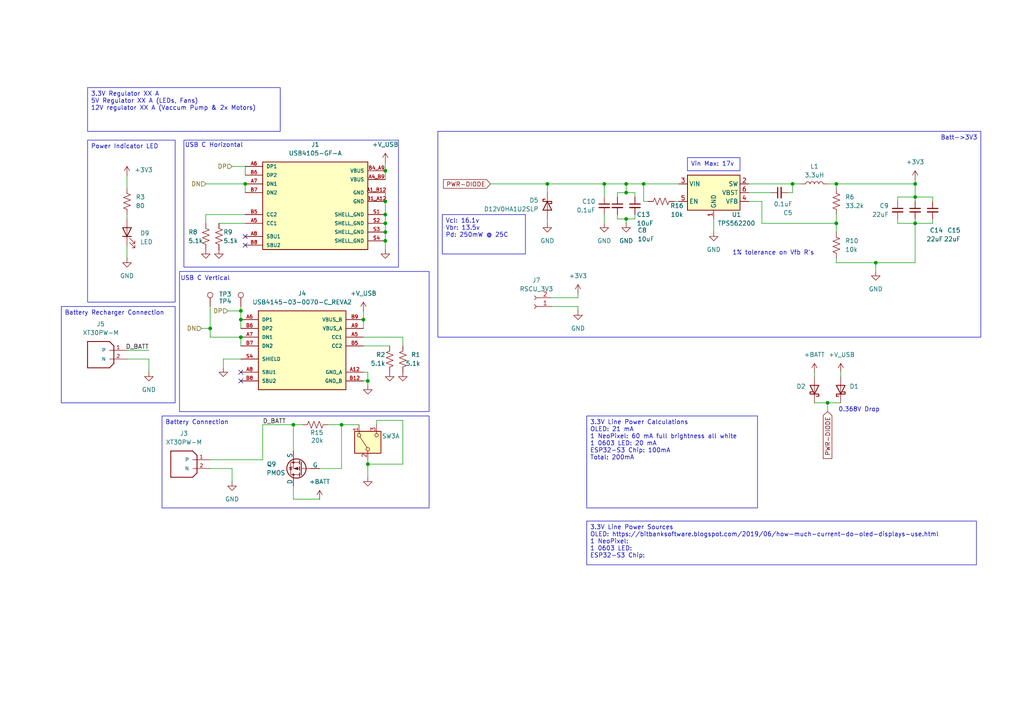
<source format=kicad_sch>
(kicad_sch (version 20231120) (generator "eeschema") (generator_version "8.0")
  (paper "A4")
  (lib_symbols
    (symbol "Connector:Conn_01x02_Socket" (pin_names (offset 1.016) hide)
      (property "Reference" "J" (at 0 2.54 0))
      (property "Value" "Conn_01x02_Socket" (at 0 -5.08 0))
      (symbol "Conn_01x02_Socket_1_1"
        (arc (start 0 -2.032) (mid -0.5058 -2.54) (end 0 -3.048) (stroke (width 0.1524)))
        (polyline (pts (xy -1.27 -2.54) (xy -0.508 -2.54)) (stroke (width 0.1524)))
        (polyline (pts (xy -1.27 0) (xy -0.508 0)) (stroke (width 0.1524)))
        (arc (start 0 0.508) (mid -0.5058 0) (end 0 -0.508) (stroke (width 0.1524)))
        (pin passive line (at -5.08 0 0) (length 3.81) (name "Pin_1") (number "1"))
        (pin passive line (at -5.08 -2.54 0) (length 3.81) (name "Pin_2") (number "2"))
      )
    )
    (symbol "Connector:TestPoint" (pin_numbers hide) (pin_names (offset 0.762) hide)
      (property "Reference" "TP" (at 0 6.858 0))
      (property "Value" "TestPoint" (at 0 5.08 0))
      (symbol "TestPoint_0_1"
        (circle (center 0 3.302) (radius 0.762))
      )
      (symbol "TestPoint_1_1"
        (pin passive line (at 0 0 90) (length 2.54) (name "1") (number "1"))
      )
    )
    (symbol "Custom Symbols:USB4105-GF-A" (pin_names (offset 1.016))
      (property "Reference" "J" (at -13.97 13.97 0))
      (property "Value" "USB4105-GF-A" (at -15.24 -15.24 0))
      (symbol "USB4105-GF-A_0_0"
        (rectangle (start -15.24 12.7) (end 15.24 -12.7) (stroke (width 0.254)) (fill (type background)))
        (pin power_in line (at 20.32 3.81 180) (length 5.08) (name "GND") (number "A1_B12"))
        (pin power_in line (at 20.32 7.62 180) (length 5.08) (name "VBUS") (number "A4_B9"))
        (pin bidirectional line (at -20.32 -5.08 0) (length 5.08) (name "CC1") (number "A5"))
        (pin bidirectional line (at -20.32 11.43 0) (length 5.08) (name "DP1") (number "A6"))
        (pin bidirectional line (at -20.32 6.35 0) (length 5.08) (name "DN1") (number "A7"))
        (pin bidirectional line (at -20.32 -8.89 0) (length 5.08) (name "SBU1") (number "A8"))
        (pin power_in line (at 20.32 1.27 180) (length 5.08) (name "GND") (number "B1_A12"))
        (pin power_in line (at 20.32 10.16 180) (length 5.08) (name "VBUS") (number "B4_A9"))
        (pin bidirectional line (at -20.32 -2.54 0) (length 5.08) (name "CC2") (number "B5"))
        (pin bidirectional line (at -20.32 8.89 0) (length 5.08) (name "DP2") (number "B6"))
        (pin bidirectional line (at -20.32 3.81 0) (length 5.08) (name "DN2") (number "B7"))
        (pin bidirectional line (at -20.32 -11.43 0) (length 5.08) (name "SBU2") (number "B8"))
        (pin power_in line (at 20.32 -2.54 180) (length 5.08) (name "SHELL_GND") (number "S1"))
        (pin power_in line (at 20.32 -5.08 180) (length 5.08) (name "SHELL_GND") (number "S2"))
        (pin power_in line (at 20.32 -7.62 180) (length 5.08) (name "SHELL_GND") (number "S3"))
        (pin power_in line (at 20.32 -10.16 180) (length 5.08) (name "SHELL_GND") (number "S4"))
      )
    )
    (symbol "Device:C_Small" (pin_numbers hide) (pin_names (offset 0.254) hide)
      (property "Reference" "C" (at 0.254 1.778 0))
      (property "Value" "C_Small" (at 0.254 -2.032 0))
      (symbol "C_Small_0_1"
        (polyline (pts (xy -1.524 -0.508) (xy 1.524 -0.508)) (stroke (width 0.3302)))
        (polyline (pts (xy -1.524 0.508) (xy 1.524 0.508)) (stroke (width 0.3048)))
      )
      (symbol "C_Small_1_1"
        (pin passive line (at 0 2.54 270) (length 2.032) (name "~") (number "1"))
        (pin passive line (at 0 -2.54 90) (length 2.032) (name "~") (number "2"))
      )
    )
    (symbol "Device:L" (pin_numbers hide) (pin_names (offset 1.016) hide)
      (property "Reference" "L" (at -1.27 0 90))
      (property "Value" "L" (at 1.905 0 90))
      (symbol "L_0_1"
        (arc (start 0 -2.54) (mid 0.6323 -1.905) (end 0 -1.27))
        (arc (start 0 -1.27) (mid 0.6323 -0.635) (end 0 0))
        (arc (start 0 0) (mid 0.6323 0.635) (end 0 1.27))
        (arc (start 0 1.27) (mid 0.6323 1.905) (end 0 2.54))
      )
      (symbol "L_1_1"
        (pin passive line (at 0 3.81 270) (length 1.27) (name "1") (number "1"))
        (pin passive line (at 0 -3.81 90) (length 1.27) (name "2") (number "2"))
      )
    )
    (symbol "Device:LED" (pin_numbers hide) (pin_names (offset 1.016) hide)
      (property "Reference" "D" (at 0 2.54 0))
      (property "Value" "LED" (at 0 -2.54 0))
      (symbol "LED_0_1"
        (polyline (pts (xy -1.27 -1.27) (xy -1.27 1.27)) (stroke (width 0.254)))
        (polyline (pts (xy -1.27 0) (xy 1.27 0)))
        (polyline (pts (xy 1.27 -1.27) (xy 1.27 1.27) (xy -1.27 0) (xy 1.27 -1.27)) (stroke (width 0.254)))
        (polyline (pts (xy -3.048 -0.762) (xy -4.572 -2.286) (xy -3.81 -2.286) (xy -4.572 -2.286) (xy -4.572 -1.524)))
        (polyline (pts (xy -1.778 -0.762) (xy -3.302 -2.286) (xy -2.54 -2.286) (xy -3.302 -2.286) (xy -3.302 -1.524)))
      )
      (symbol "LED_1_1"
        (pin passive line (at -3.81 0 0) (length 2.54) (name "K") (number "1"))
        (pin passive line (at 3.81 0 180) (length 2.54) (name "A") (number "2"))
      )
    )
    (symbol "Device:R_US" (pin_numbers hide) (pin_names (offset 0))
      (property "Reference" "R" (at 2.54 0 90))
      (property "Value" "R_US" (at -2.54 0 90))
      (symbol "R_US_0_1"
        (polyline (pts (xy 0 -2.286) (xy 0 -2.54)))
        (polyline (pts (xy 0 2.286) (xy 0 2.54)))
        (polyline (pts (xy 0 -0.762) (xy 1.016 -1.143) (xy 0 -1.524) (xy -1.016 -1.905) (xy 0 -2.286)))
        (polyline (pts (xy 0 0.762) (xy 1.016 0.381) (xy 0 0) (xy -1.016 -0.381) (xy 0 -0.762)))
        (polyline (pts (xy 0 2.286) (xy 1.016 1.905) (xy 0 1.524) (xy -1.016 1.143) (xy 0 0.762)))
      )
      (symbol "R_US_1_1"
        (pin passive line (at 0 3.81 270) (length 1.27) (name "~") (number "1"))
        (pin passive line (at 0 -3.81 90) (length 1.27) (name "~") (number "2"))
      )
    )
    (symbol "Diode:1N5712UR" (pin_numbers hide) (pin_names (offset 1.016) hide)
      (property "Reference" "D" (at 0 2.54 0))
      (property "Value" "1N5712UR" (at 0 -2.54 0))
      (symbol "1N5712UR_0_1"
        (polyline (pts (xy 1.27 0) (xy -1.27 0)))
        (polyline (pts (xy 1.27 1.27) (xy 1.27 -1.27) (xy -1.27 0) (xy 1.27 1.27)) (stroke (width 0.254)))
        (polyline (pts (xy -1.905 0.635) (xy -1.905 1.27) (xy -1.27 1.27) (xy -1.27 -1.27) (xy -0.635 -1.27) (xy -0.635 -0.635)) (stroke (width 0.254)))
      )
      (symbol "1N5712UR_1_1"
        (pin passive line (at -3.81 0 0) (length 2.54) (name "K") (number "1"))
        (pin passive line (at 3.81 0 180) (length 2.54) (name "A") (number "2"))
      )
    )
    (symbol "Diode:SS38" (pin_numbers hide) (pin_names (offset 1.016) hide)
      (property "Reference" "D" (at 0 2.54 0))
      (property "Value" "SS38" (at 0 -2.54 0))
      (symbol "SS38_0_1"
        (polyline (pts (xy 1.27 0) (xy -1.27 0)))
        (polyline (pts (xy 1.27 1.27) (xy 1.27 -1.27) (xy -1.27 0) (xy 1.27 1.27)) (stroke (width 0.254)))
        (polyline (pts (xy -1.905 0.635) (xy -1.905 1.27) (xy -1.27 1.27) (xy -1.27 -1.27) (xy -0.635 -1.27) (xy -0.635 -0.635)) (stroke (width 0.254)))
      )
      (symbol "SS38_1_1"
        (pin passive line (at -3.81 0 0) (length 2.54) (name "K") (number "1"))
        (pin passive line (at 3.81 0 180) (length 2.54) (name "A") (number "2"))
      )
    )
    (symbol "Regulator_Switching:TPS562200"
      (property "Reference" "U" (at -7.62 6.35 0))
      (property "Value" "TPS562200" (at -2.54 6.35 0))
      (symbol "TPS562200_0_1"
        (rectangle (start -7.62 5.08) (end 7.62 -5.08) (stroke (width 0.254)) (fill (type background)))
      )
      (symbol "TPS562200_1_1"
        (pin power_in line (at 0 -7.62 90) (length 2.54) (name "GND") (number "1"))
        (pin output line (at 10.16 2.54 180) (length 2.54) (name "SW") (number "2"))
        (pin power_in line (at -10.16 2.54 0) (length 2.54) (name "VIN") (number "3"))
        (pin input line (at 10.16 -2.54 180) (length 2.54) (name "VFB") (number "4"))
        (pin input line (at -10.16 -2.54 0) (length 2.54) (name "EN") (number "5"))
        (pin passive line (at 10.16 0 180) (length 2.54) (name "VBST") (number "6"))
      )
    )
    (symbol "Simulation_SPICE:PMOS" (pin_numbers hide) (pin_names (offset 0))
      (property "Reference" "Q1" (at 8.89 -1.27 0))
      (property "Value" "PMOS" (at 7.62 1.27 0))
      (symbol "PMOS_0_1"
        (polyline (pts (xy 0.254 0) (xy -2.54 0)))
        (polyline (pts (xy 0.254 1.905) (xy 0.254 -1.905)) (stroke (width 0.254)))
        (polyline (pts (xy 0.762 -1.27) (xy 0.762 -2.286)) (stroke (width 0.254)))
        (polyline (pts (xy 0.762 0.508) (xy 0.762 -0.508)) (stroke (width 0.254)))
        (polyline (pts (xy 0.762 2.286) (xy 0.762 1.27)) (stroke (width 0.254)))
        (polyline (pts (xy 2.54 2.54) (xy 2.54 1.778)))
        (polyline (pts (xy 2.54 -2.54) (xy 2.54 0) (xy 0.762 0)))
        (polyline (pts (xy 0.762 1.778) (xy 3.302 1.778) (xy 3.302 -1.778) (xy 0.762 -1.778)))
        (polyline (pts (xy 2.286 0) (xy 1.27 0.381) (xy 1.27 -0.381) (xy 2.286 0)) (fill (type outline)))
        (polyline (pts (xy 2.794 -0.508) (xy 2.921 -0.381) (xy 3.683 -0.381) (xy 3.81 -0.254)))
        (polyline (pts (xy 3.302 -0.381) (xy 2.921 0.254) (xy 3.683 0.254) (xy 3.302 -0.381)))
        (circle (center 1.651 0) (radius 2.794) (stroke (width 0.254)))
        (circle (center 2.54 -1.778) (radius 0.254) (fill (type outline)))
        (circle (center 2.54 1.778) (radius 0.254) (fill (type outline)))
      )
      (symbol "PMOS_1_0"
        (pin passive line (at -5.08 0 0) (length 2.54) (name "G") (number "4"))
        (pin passive line (at 2.54 5.08 270) (length 2.54) (name "D") (number "5"))
      )
      (symbol "PMOS_1_1"
        (pin input line (at 2.54 -5.08 90) (length 2.54) hide (name "S") (number "1"))
        (pin passive line (at 2.54 -5.08 90) (length 2.54) hide (name "S") (number "2"))
        (pin passive line (at 2.54 -5.08 90) (length 2.54) (name "S") (number "3"))
      )
    )
    (symbol "Switch:SW_DPDT_x2" (pin_names (offset 0) hide)
      (property "Reference" "SW" (at 0 5.08 0))
      (property "Value" "SW_DPDT_x2" (at 0 -5.08 0))
      (symbol "SW_DPDT_x2_0_0"
        (circle (center -2.032 0) (radius 0.508))
        (circle (center 2.032 -2.54) (radius 0.508))
      )
      (symbol "SW_DPDT_x2_0_1"
        (rectangle (start -3.175 3.81) (end 3.175 -3.81) (stroke (width 0.254)) (fill (type background)))
        (polyline (pts (xy -1.524 0.254) (xy 1.5748 2.286)))
        (circle (center 2.032 2.54) (radius 0.508))
      )
      (symbol "SW_DPDT_x2_1_1"
        (pin passive line (at 5.08 2.54 180) (length 2.54) (name "A") (number "1"))
        (pin passive line (at -5.08 0 0) (length 2.54) (name "B") (number "2"))
        (pin passive line (at 5.08 -2.54 180) (length 2.54) (name "C") (number "3"))
      )
      (symbol "SW_DPDT_x2_2_1"
        (pin passive line (at 5.08 2.54 180) (length 2.54) (name "A") (number "4"))
        (pin passive line (at -5.08 0 0) (length 2.54) (name "B") (number "5"))
        (pin passive line (at 5.08 -2.54 180) (length 2.54) (name "C") (number "6"))
      )
    )
    (symbol "USB4145-03-0070-C_REVA2:USB4145-03-0070-C_REVA2" (pin_names (offset 1.016))
      (property "Reference" "J" (at -11.43 -15.748 0))
      (property "Value" "USB4145-03-0070-C_REVA2" (at -11.43 -41.91 0))
      (symbol "USB4145-03-0070-C_REVA2_0_0"
        (rectangle (start -11.43 -16.51) (end 13.97 -39.37) (stroke (width 0.254)) (fill (type background)))
        (pin power_in line (at 19.05 -34.29 180) (length 5.08) (name "GND_A") (number "A12"))
        (pin bidirectional line (at 19.05 -24.13 180) (length 5.08) (name "CC1") (number "A5"))
        (pin bidirectional line (at -16.51 -19.05 0) (length 5.08) (name "DP1") (number "A6"))
        (pin bidirectional line (at -16.51 -24.13 0) (length 5.08) (name "DN1") (number "A7"))
        (pin bidirectional line (at -16.51 -34.29 0) (length 5.08) (name "SBU1") (number "A8"))
        (pin power_in line (at 19.05 -21.59 180) (length 5.08) (name "VBUS_A") (number "A9"))
        (pin power_in line (at 19.05 -36.83 180) (length 5.08) (name "GND_B") (number "B12"))
        (pin bidirectional line (at 19.05 -26.67 180) (length 5.08) (name "CC2") (number "B5"))
        (pin bidirectional line (at -16.51 -21.59 0) (length 5.08) (name "DP2") (number "B6"))
        (pin bidirectional line (at -16.51 -26.67 0) (length 5.08) (name "DN2") (number "B7"))
        (pin bidirectional line (at -16.51 -36.83 0) (length 5.08) (name "SBU2") (number "B8"))
        (pin power_in line (at 19.05 -19.05 180) (length 5.08) (name "VBUS_B") (number "B9"))
        (pin passive line (at -16.51 -30.48 0) (length 5.08) (name "SHIELD") (number "S4"))
      )
      (symbol "USB4145-03-0070-C_REVA2_1_0"
        (pin power_in line (at 19.05 -34.29 180) (length 5.08) hide (name "GND_A") (number "A1"))
        (pin power_in line (at 19.05 -21.59 180) (length 5.08) hide (name "VBUS_A") (number "A4"))
        (pin power_in line (at 19.05 -36.83 180) (length 5.08) hide (name "GND_B") (number "B1"))
        (pin power_in line (at 19.05 -19.05 180) (length 5.08) hide (name "VBUS_B") (number "B4"))
        (pin passive line (at -16.51 -30.48 0) (length 5.08) hide (name "SHIELD") (number "S1"))
        (pin passive line (at -16.51 -30.48 0) (length 5.08) hide (name "SHIELD") (number "S2"))
        (pin passive line (at -16.51 -30.48 0) (length 5.08) hide (name "SHIELD") (number "S3"))
      )
    )
    (symbol "XT30PW-M:XT30PW-M" (pin_names (offset 1.016))
      (property "Reference" "J" (at -7.62 3.302 0))
      (property "Value" "XT30PW-M" (at -7.62 -7.62 0))
      (symbol "XT30PW-M_0_0"
        (polyline (pts (xy -7.62 -5.08) (xy -7.62 2.54)) (stroke (width 0.254)))
        (polyline (pts (xy -7.62 2.54) (xy -1.27 2.54)) (stroke (width 0.254)))
        (polyline (pts (xy -1.27 -5.08) (xy -7.62 -5.08)) (stroke (width 0.254)))
        (polyline (pts (xy 0 -3.81) (xy -1.27 -5.08)) (stroke (width 0.254)))
        (polyline (pts (xy 0 0) (xy 0 -3.81)) (stroke (width 0.254)))
        (polyline (pts (xy 0 1.27) (xy -1.27 2.54)) (stroke (width 0.254)))
        (polyline (pts (xy 0 1.27) (xy 0 0)) (stroke (width 0.254)))
      )
      (symbol "XT30PW-M_1_0"
        (pin power_in line (at 3.81 0 180) (length 5.08) (name "P") (number "1"))
        (pin power_in line (at 3.81 -2.54 180) (length 5.08) (name "N") (number "2"))
      )
    )
    (symbol "power:+12V" (power) (pin_numbers hide) (pin_names (offset 0) hide)
      (property "Value" "+12V" (at 0 3.556 0))
      (symbol "+12V_0_1"
        (polyline (pts (xy -0.762 1.27) (xy 0 2.54)))
        (polyline (pts (xy 0 0) (xy 0 2.54)))
        (polyline (pts (xy 0 2.54) (xy 0.762 1.27)))
      )
      (symbol "+12V_1_1"
        (pin power_in line (at 0 0 90) (length 0) (name "~") (number "1"))
      )
    )
    (symbol "power:+3.3V" (power) (pin_numbers hide) (pin_names (offset 0) hide)
      (property "Value" "+3.3V" (at 0 3.556 0))
      (symbol "+3.3V_0_1"
        (polyline (pts (xy -0.762 1.27) (xy 0 2.54)))
        (polyline (pts (xy 0 0) (xy 0 2.54)))
        (polyline (pts (xy 0 2.54) (xy 0.762 1.27)))
      )
      (symbol "+3.3V_1_1"
        (pin power_in line (at 0 0 90) (length 0) (name "~") (number "1"))
      )
    )
    (symbol "power:+3V3" (power) (pin_numbers hide) (pin_names (offset 0) hide)
      (property "Value" "+3V3" (at 0 3.556 0))
      (symbol "+3V3_0_1"
        (polyline (pts (xy -0.762 1.27) (xy 0 2.54)))
        (polyline (pts (xy 0 0) (xy 0 2.54)))
        (polyline (pts (xy 0 2.54) (xy 0.762 1.27)))
      )
      (symbol "+3V3_1_1"
        (pin power_in line (at 0 0 90) (length 0) (name "~") (number "1"))
      )
    )
    (symbol "power:+5V" (power) (pin_numbers hide) (pin_names (offset 0) hide)
      (property "Value" "+5V" (at 0 3.556 0))
      (symbol "+5V_0_1"
        (polyline (pts (xy -0.762 1.27) (xy 0 2.54)))
        (polyline (pts (xy 0 0) (xy 0 2.54)))
        (polyline (pts (xy 0 2.54) (xy 0.762 1.27)))
      )
      (symbol "+5V_1_1"
        (pin power_in line (at 0 0 90) (length 0) (name "~") (number "1"))
      )
    )
    (symbol "power:+BATT" (power) (pin_numbers hide) (pin_names (offset 0) hide)
      (property "Value" "+BATT" (at 0 3.556 0))
      (symbol "+BATT_0_1"
        (polyline (pts (xy -0.762 1.27) (xy 0 2.54)))
        (polyline (pts (xy 0 0) (xy 0 2.54)))
        (polyline (pts (xy 0 2.54) (xy 0.762 1.27)))
      )
      (symbol "+BATT_1_1"
        (pin power_in line (at 0 0 90) (length 0) (name "~") (number "1"))
      )
    )
    (symbol "power:GND" (power) (pin_numbers hide) (pin_names (offset 0) hide)
      (property "Value" "GND" (at 0 -3.81 0))
      (symbol "GND_0_1"
        (polyline (pts (xy 0 0) (xy 0 -1.27) (xy 1.27 -1.27) (xy 0 -2.54) (xy -1.27 -1.27) (xy 0 -1.27)))
      )
      (symbol "GND_1_1"
        (pin power_in line (at 0 0 270) (length 0) (name "~") (number "1"))
      )
    )
    (symbol "power:VBUS" (power) (pin_numbers hide) (pin_names (offset 0) hide)
      (property "Value" "VBUS" (at 0 3.556 0))
      (symbol "VBUS_0_1"
        (polyline (pts (xy -0.762 1.27) (xy 0 2.54)))
        (polyline (pts (xy 0 0) (xy 0 2.54)))
        (polyline (pts (xy 0 2.54) (xy 0.762 1.27)))
      )
      (symbol "VBUS_1_1"
        (pin power_in line (at 0 0 90) (length 0) (name "~") (number "1"))
      )
    )
  )
  (junction (at 105.41 92.71))
  (junction (at 181.61 53.34))
  (junction (at 106.68 134.62))
  (junction (at 69.85 92.71))
  (junction (at 71.12 53.34))
  (junction (at 265.43 64.77))
  (junction (at 111.76 58.42))
  (junction (at 106.68 110.49))
  (junction (at 69.85 97.79))
  (junction (at 111.76 67.31))
  (junction (at 60.96 95.25))
  (junction (at 175.26 53.34))
  (junction (at 111.76 49.53))
  (junction (at 99.06 123.19))
  (junction (at 186.69 53.34))
  (junction (at 240.03 116.84))
  (junction (at 242.57 64.77))
  (junction (at 85.09 123.19))
  (junction (at 265.43 57.15))
  (junction (at 111.76 69.85))
  (junction (at 229.87 53.34))
  (junction (at 181.61 55.88))
  (junction (at 242.57 53.34))
  (junction (at 111.76 62.23))
  (junction (at 265.43 53.34))
  (junction (at 254 76.2))
  (junction (at 111.76 64.77))
  (junction (at 158.75 53.34))
  (junction (at 69.85 90.17))
  (junction (at 181.61 63.5))
  (no_connect (at 69.85 107.95))
  (no_connect (at 69.85 110.49))
  (no_connect (at 71.12 71.12))
  (no_connect (at 71.12 68.58))
  (wire (pts (xy 64.77 104.14) (xy 69.85 104.14)))
  (wire (pts (xy 60.96 97.79) (xy 60.96 95.25)))
  (wire (pts (xy 76.2 123.19) (xy 85.09 123.19)))
  (wire (pts (xy 243.84 107.95) (xy 243.84 109.22)))
  (wire (pts (xy 242.57 53.34) (xy 265.43 53.34)))
  (wire (pts (xy 59.69 64.77) (xy 59.69 62.23)))
  (wire (pts (xy 105.41 107.95) (xy 106.68 107.95)))
  (wire (pts (xy 116.84 134.62) (xy 106.68 134.62)))
  (wire (pts (xy 59.69 53.34) (xy 71.12 53.34)))
  (wire (pts (xy 69.85 92.71) (xy 69.85 95.25)))
  (wire (pts (xy 59.69 62.23) (xy 71.12 62.23)))
  (wire (pts (xy 85.09 123.19) (xy 85.09 130.81)))
  (wire (pts (xy 95.25 123.19) (xy 99.06 123.19)))
  (wire (pts (xy 67.31 135.89) (xy 67.31 139.7)))
  (wire (pts (xy 167.64 88.9) (xy 167.64 90.17)))
  (wire (pts (xy 99.06 123.19) (xy 99.06 135.89)))
  (wire (pts (xy 184.15 63.5) (xy 181.61 63.5)))
  (wire (pts (xy 36.83 71.12) (xy 36.83 74.93)))
  (wire (pts (xy 111.76 58.42) (xy 111.76 62.23)))
  (wire (pts (xy 236.22 107.95) (xy 236.22 109.22)))
  (wire (pts (xy 104.14 123.19) (xy 99.06 123.19)))
  (wire (pts (xy 67.31 48.26) (xy 71.12 48.26)))
  (wire (pts (xy 236.22 116.84) (xy 240.03 116.84)))
  (wire (pts (xy 175.26 62.23) (xy 175.26 64.77)))
  (wire (pts (xy 175.26 53.34) (xy 181.61 53.34)))
  (wire (pts (xy 217.17 55.88) (xy 223.52 55.88)))
  (wire (pts (xy 242.57 76.2) (xy 254 76.2)))
  (wire (pts (xy 181.61 55.88) (xy 184.15 55.88)))
  (wire (pts (xy 111.76 55.88) (xy 111.76 58.42)))
  (wire (pts (xy 36.83 101.6) (xy 43.18 101.6)))
  (wire (pts (xy 179.07 63.5) (xy 179.07 62.23)))
  (wire (pts (xy 181.61 63.5) (xy 181.61 64.77)))
  (wire (pts (xy 158.75 53.34) (xy 158.75 55.88)))
  (wire (pts (xy 229.87 53.34) (xy 232.41 53.34)))
  (wire (pts (xy 240.03 53.34) (xy 242.57 53.34)))
  (wire (pts (xy 109.22 121.92) (xy 116.84 121.92)))
  (wire (pts (xy 242.57 64.77) (xy 242.57 67.31)))
  (wire (pts (xy 158.75 53.34) (xy 175.26 53.34)))
  (wire (pts (xy 184.15 62.23) (xy 184.15 63.5)))
  (wire (pts (xy 105.41 92.71) (xy 105.41 95.25)))
  (wire (pts (xy 60.96 133.35) (xy 76.2 133.35)))
  (wire (pts (xy 220.98 64.77) (xy 242.57 64.77)))
  (wire (pts (xy 260.35 57.15) (xy 265.43 57.15)))
  (wire (pts (xy 105.41 90.17) (xy 105.41 92.71)))
  (wire (pts (xy 111.76 67.31) (xy 111.76 69.85)))
  (wire (pts (xy 64.77 106.68) (xy 64.77 104.14)))
  (wire (pts (xy 265.43 52.07) (xy 265.43 53.34)))
  (wire (pts (xy 69.85 97.79) (xy 60.96 97.79)))
  (wire (pts (xy 254 76.2) (xy 265.43 76.2)))
  (wire (pts (xy 63.5 64.77) (xy 71.12 64.77)))
  (wire (pts (xy 160.02 86.36) (xy 167.64 86.36)))
  (wire (pts (xy 66.04 90.17) (xy 69.85 90.17)))
  (wire (pts (xy 217.17 53.34) (xy 229.87 53.34)))
  (wire (pts (xy 175.26 53.34) (xy 175.26 57.15)))
  (wire (pts (xy 265.43 63.5) (xy 265.43 64.77)))
  (wire (pts (xy 106.68 133.35) (xy 106.68 134.62)))
  (wire (pts (xy 217.17 58.42) (xy 220.98 58.42)))
  (wire (pts (xy 167.64 86.36) (xy 167.64 85.09)))
  (wire (pts (xy 207.01 63.5) (xy 207.01 67.31)))
  (wire (pts (xy 242.57 62.23) (xy 242.57 64.77)))
  (wire (pts (xy 181.61 63.5) (xy 179.07 63.5)))
  (wire (pts (xy 260.35 64.77) (xy 265.43 64.77)))
  (wire (pts (xy 36.83 50.8) (xy 36.83 54.61)))
  (wire (pts (xy 265.43 64.77) (xy 270.51 64.77)))
  (wire (pts (xy 60.96 88.9) (xy 60.96 95.25)))
  (wire (pts (xy 229.87 55.88) (xy 228.6 55.88)))
  (wire (pts (xy 240.03 116.84) (xy 243.84 116.84)))
  (wire (pts (xy 254 76.2) (xy 254 78.74)))
  (wire (pts (xy 109.22 123.19) (xy 109.22 121.92)))
  (wire (pts (xy 160.02 88.9) (xy 167.64 88.9)))
  (wire (pts (xy 113.03 100.33) (xy 105.41 100.33)))
  (wire (pts (xy 158.75 63.5) (xy 158.75 64.77)))
  (wire (pts (xy 242.57 76.2) (xy 242.57 74.93)))
  (wire (pts (xy 36.83 62.23) (xy 36.83 63.5)))
  (wire (pts (xy 106.68 107.95) (xy 106.68 110.49)))
  (wire (pts (xy 111.76 49.53) (xy 111.76 52.07)))
  (wire (pts (xy 186.69 53.34) (xy 196.85 53.34)))
  (wire (pts (xy 69.85 90.17) (xy 69.85 92.71)))
  (wire (pts (xy 181.61 53.34) (xy 186.69 53.34)))
  (wire (pts (xy 43.18 104.14) (xy 43.18 107.95)))
  (wire (pts (xy 111.76 62.23) (xy 111.76 64.77)))
  (wire (pts (xy 270.51 57.15) (xy 270.51 58.42)))
  (wire (pts (xy 260.35 58.42) (xy 260.35 57.15)))
  (wire (pts (xy 240.03 116.84) (xy 240.03 119.38)))
  (wire (pts (xy 60.96 135.89) (xy 67.31 135.89)))
  (wire (pts (xy 85.09 123.19) (xy 87.63 123.19)))
  (wire (pts (xy 179.07 55.88) (xy 181.61 55.88)))
  (wire (pts (xy 111.76 64.77) (xy 111.76 67.31)))
  (wire (pts (xy 106.68 110.49) (xy 106.68 111.76)))
  (wire (pts (xy 71.12 53.34) (xy 71.12 55.88)))
  (wire (pts (xy 265.43 57.15) (xy 270.51 57.15)))
  (wire (pts (xy 242.57 53.34) (xy 242.57 54.61)))
  (wire (pts (xy 229.87 53.34) (xy 229.87 55.88)))
  (wire (pts (xy 106.68 134.62) (xy 106.68 138.43)))
  (wire (pts (xy 92.71 135.89) (xy 99.06 135.89)))
  (wire (pts (xy 265.43 53.34) (xy 265.43 57.15)))
  (wire (pts (xy 220.98 58.42) (xy 220.98 64.77)))
  (wire (pts (xy 76.2 133.35) (xy 76.2 123.19)))
  (wire (pts (xy 116.84 121.92) (xy 116.84 134.62)))
  (wire (pts (xy 195.58 58.42) (xy 196.85 58.42)))
  (wire (pts (xy 58.42 95.25) (xy 60.96 95.25)))
  (wire (pts (xy 116.84 100.33) (xy 116.84 97.79)))
  (wire (pts (xy 85.09 144.78) (xy 92.71 144.78)))
  (wire (pts (xy 105.41 110.49) (xy 106.68 110.49)))
  (wire (pts (xy 36.83 104.14) (xy 43.18 104.14)))
  (wire (pts (xy 265.43 57.15) (xy 265.43 58.42)))
  (wire (pts (xy 111.76 69.85) (xy 111.76 72.39)))
  (wire (pts (xy 111.76 46.99) (xy 111.76 49.53)))
  (wire (pts (xy 69.85 97.79) (xy 69.85 100.33)))
  (wire (pts (xy 184.15 55.88) (xy 184.15 57.15)))
  (wire (pts (xy 186.69 53.34) (xy 186.69 58.42)))
  (wire (pts (xy 181.61 53.34) (xy 181.61 55.88)))
  (wire (pts (xy 265.43 64.77) (xy 265.43 76.2)))
  (wire (pts (xy 105.41 97.79) (xy 116.84 97.79)))
  (wire (pts (xy 69.85 88.9) (xy 69.85 90.17)))
  (wire (pts (xy 186.69 58.42) (xy 187.96 58.42)))
  (wire (pts (xy 142.24 53.34) (xy 158.75 53.34)))
  (wire (pts (xy 85.09 144.78) (xy 85.09 140.97)))
  (wire (pts (xy 260.35 63.5) (xy 260.35 64.77)))
  (wire (pts (xy 270.51 63.5) (xy 270.51 64.77)))
  (wire (pts (xy 71.12 48.26) (xy 71.12 50.8)))
  (wire (pts (xy 179.07 55.88) (xy 179.07 57.15)))
  (rectangle (start 53.34 40.64) (end 115.57 77.47))
  (rectangle (start 52.07 78.74) (end 124.46 119.38))
  (text_box "Vcl: 16.1v\nVbr: 13.5v\nPd: 250mW @ 25C" (at 128.27 62.23 0) (size 24.13 11.43) (effects (font (size 1.27 1.27)) (justify left top)))
  (text_box "3.3V Line Power Calculations \nOLED: 21 mA \n1 NeoPixel: 60 mA full brightness all white \n1 0603 LED: 20 mA \nESP32-S3 Chip: 100mA\nTotal: 200mA\n" (at 170.18 120.65 0) (size 49.53 26.67) (effects (font (size 1.27 1.27)) (justify left top)))
  (text_box "Vin Max: 17v" (at 199.39 45.72 0) (size 15.24 3.81) (effects (font (size 1.27 1.27)) (justify left top)))
  (text_box "Batt->3V3\n\n" (at 127 38.1 0) (size 157.48 59.69) (effects (font (size 1.27 1.27)) (justify right top)))
  (text_box "Battery Connection \n" (at 46.99 120.65 0) (size 77.47 26.67) (effects (font (size 1.27 1.27)) (justify left top)))
  (text_box "3.3V Line Power Sources \nOLED: https://bitbanksoftware.blogspot.com/2019/06/how-much-current-do-oled-displays-use.html\n1 NeoPixel:\n1 0603 LED: \nESP32-S3 Chip: \n" (at 170.18 151.13 0) (size 113.03 12.7) (effects (font (size 1.27 1.27)) (justify left top)))
  (text_box "Power Indicator LED" (at 25.4 40.64 0) (size 25.4 46.99) (effects (font (size 1.27 1.27)) (justify left top)))
  (text_box "Battery Recharger Connection\n" (at 17.78 88.9 0) (size 33.02 27.94) (effects (font (size 1.27 1.27)) (justify left top)))
  (text_box "3.3V Regulator XX A \n5V Regulator XX A (LEDs, Fans)\n12V regulator XX A (Vaccum Pump & 2x Motors)\n" (at 25.4 25.4 0) (size 55.88 12.7) (effects (font (size 1.27 1.27)) (justify left top)))
  (text "0.368V Drop\n" (at 249.174 118.872 0) (effects (font (size 1.27 1.27))))
  (text "1% tolerance on Vfb R's" (at 224.282 73.406 0) (effects (font (size 1.27 1.27))))
  (text "USB C Horizontal\n" (at 53.594 42.926 0) (effects (font (size 1.27 1.27)) (justify left bottom)))
  (text "USB C Vertical\n" (at 52.324 81.534 0) (effects (font (size 1.27 1.27)) (justify left bottom)))
  (label "D_BATT" (at 76.2 123.19 0))
  (label "D_BATT" (at 43.18 101.6 180))
  (global_label "PWR-DIODE" (shape input) (at 240.03 119.38 270) (property "Intersheetrefs" "${INTERSHEET_REFS}" (effects (hide yes))))
  (global_label "PWR-DIODE" (shape input) (at 142.24 53.34 180) (property "Intersheetrefs" "${INTERSHEET_REFS}" (effects (hide yes))))
  (hierarchical_label "DP" (shape input) (at 66.04 90.17 180))
  (hierarchical_label "DP" (shape input) (at 67.31 48.26 180))
  (hierarchical_label "DN" (shape input) (at 58.42 95.25 180))
  (hierarchical_label "DN" (shape input) (at 59.69 53.34 180))
  (symbol (lib_id "power:+12V") (at 92.71 144.78 0) (unit 1)
    (property "Reference" "#PWR053" (effects (hide yes)))
    (property "Value" "+BATT" (at 92.71 139.7 0))
  )
  (symbol (lib_id "USB4145-03-0070-C_REVA2:USB4145-03-0070-C_REVA2") (at 86.36 73.66 0) (unit 1)
    (property "Reference" "J4" (at 87.63 85.09 0))
    (property "Value" "USB4145-03-0070-C_REVA2" (at 87.63 87.63 0))
    (property "Footprint" "USB4145-03-0070-C_REVA2:GCT_USB4145-03-0070-C_REVA2" (effects (hide yes)))
    (property "MF" "Global Connector Technology" (effects (hide yes)))
    (property "MAXIMUM_PACKAGE_HEIGHT" "7.66mm" (effects (hide yes)))
    (property "Package" "None" (effects (hide yes)))
    (property "Price" "None" (effects (hide yes)))
    (property "Check_prices" "https://www.snapeda.com/parts/USB4145-03-0070-C/Global+Connector+Technology/view-part/?ref=eda" (effects (hide yes)))
    (property "STANDARD" "Manufacturer Recommendations" (effects (hide yes)))
    (property "PARTREV" "A2" (effects (hide yes)))
    (property "SnapEDA_Link" "https://www.snapeda.com/parts/USB4145-03-0070-C/Global+Connector+Technology/view-part/?ref=snap" (effects (hide yes)))
    (property "MP" "USB4145-03-0070-C" (effects (hide yes)))
    (property "Description_1" "\n                        \n                            Type C USB 2.0 Connector\n                        \n" (effects (hide yes)))
    (property "MANUFACTURER" " USB4145-03-0070-C " (effects (hide yes)))
    (property "Availability" "Not in stock" (effects (hide yes)))
    (property "SNAPEDA_PN" "USB4145-03-0070-C" (effects (hide yes)))
    (property "MANUFCATURER" " USB4145-03-0070-C " (effects (hide yes)))
  )
  (symbol (lib_id "power:GND") (at 111.76 72.39 0) (unit 1)
    (property "Reference" "#PWR027" (effects (hide yes)))
    (property "Value" "GND" (effects (hide yes)))
  )
  (symbol (lib_id "Device:R_US") (at 191.77 58.42 90) (unit 1)
    (property "Reference" "R16" (at 196.342 59.69 90))
    (property "Value" "10k" (at 196.342 62.23 90))
    (property "Footprint" "Resistor_SMD:R_0603_1608Metric" (effects (hide yes)))
    (property "Description" "Resistor, US symbol" (effects (hide yes)))
    (property "MANUFACTURER" "CRCW060310K0FKEI" (effects (hide yes)))
  )
  (symbol (lib_id "Device:R_US") (at 59.69 68.58 0) (unit 1)
    (property "Reference" "R8" (at 54.61 67.31 0) (effects (justify left)))
    (property "Value" "5.1k" (at 54.61 69.85 0) (effects (justify left)))
    (property "Footprint" "Resistor_SMD:R_0603_1608Metric" (effects (hide yes)))
    (property "MANUFACTURER" "ERA-1AEB512C" (effects (hide yes)))
  )
  (symbol (lib_id "Switch:SW_DPDT_x2") (at 106.68 128.27 90) (unit 1)
    (property "Reference" "SW3" (at 110.744 126.492 90) (effects (justify right)))
    (property "Value" "SW_Nidec_CAS-120A1" (effects (hide yes)))
    (property "Footprint" "JS102011JAQN:SW_JS102011JAQN" (effects (hide yes)))
    (property "Description" "Switch, dual pole double throw, separate symbols" (effects (hide yes)))
    (property "MANUFACTURER" "JS102011JAQN" (effects (hide yes)))
  )
  (symbol (lib_id "power:+BATT") (at 236.22 107.95 0) (unit 1)
    (property "Reference" "#PWR056" (effects (hide yes)))
    (property "Value" "+BATT" (at 236.22 102.87 0))
    (property "Description" "Power symbol creates a global label with name \"+BATT\"" (effects (hide yes)))
  )
  (symbol (lib_id "power:VBUS") (at 111.76 46.99 0) (unit 1)
    (property "Reference" "#PWR026" (effects (hide yes)))
    (property "Value" "+V_USB" (at 111.76 41.91 0))
    (property "Description" "Power symbol creates a global label with name \"VBUS\"" (effects (hide yes)))
  )
  (symbol (lib_id "Device:R_US") (at 242.57 71.12 0) (unit 1)
    (property "Reference" "R10" (at 245.11 69.8499 0) (effects (justify left)))
    (property "Value" "10k" (at 245.11 72.3899 0) (effects (justify left)))
    (property "Footprint" "Resistor_SMD:R_0603_1608Metric" (effects (hide yes)))
    (property "Description" "Resistor, US symbol" (effects (hide yes)))
    (property "MANUFACTURER" "CRCW060310K0FKEI" (effects (hide yes)))
  )
  (symbol (lib_id "power:GND") (at 63.5 72.39 0) (unit 1)
    (property "Reference" "#PWR025" (effects (hide yes)))
    (property "Value" "GND" (effects (hide yes)))
  )
  (symbol (lib_id "Diode:SS38") (at 243.84 113.03 90) (unit 1)
    (property "Reference" "D1" (at 246.38 112.0774 90) (effects (justify right)))
    (property "Value" "SS38" (effects (hide yes)))
    (property "Footprint" "Diode_SMD:D_SOD-128" (effects (hide yes)))
    (property "Datasheet" "https://www.microdiode.com/uploadfiles//PDF/SS32-THRU-SS3200-SMA.pdf" (effects (hide yes)))
    (property "Description" "80V 3A Schottky Diode, SMA" (effects (hide yes)))
    (property "MANUFACTURER" "ZHCS350TA " (effects (hide yes)))
  )
  (symbol (lib_id "Device:R_US") (at 91.44 123.19 270) (unit 1)
    (property "Reference" "R15" (at 89.916 125.476 90) (effects (justify left)))
    (property "Value" "20k" (at 90.17 127.762 90) (effects (justify left)))
    (property "Footprint" "Resistor_SMD:R_0603_1608Metric" (effects (hide yes)))
    (property "MANUFACTURER" "5-2176074-3" (effects (hide yes)))
  )
  (symbol (lib_id "Diode:1N5712UR") (at 158.75 59.69 90) (mirror x) (unit 1)
    (property "Reference" "D5" (at 156.21 58.1024 90) (effects (justify left)))
    (property "Value" "D12V0HA1U2SLP" (at 156.21 60.6424 90) (effects (justify left)))
    (property "Footprint" "Diode_SMD:D_SOD-882" (effects (hide yes)))
    (property "Description" "20V 75mA Schottky diode, MELF(DO-213AA)" (effects (hide yes)))
    (property "MANUFACTURER" " D12V0HA1U2SLP-7B " (effects (hide yes)))
  )
  (symbol (lib_id "power:VBUS") (at 105.41 90.17 0) (unit 1)
    (property "Reference" "#PWR029" (effects (hide yes)))
    (property "Value" "+V_USB" (at 105.41 85.09 0))
    (property "Description" "Power symbol creates a global label with name \"VBUS\"" (effects (hide yes)))
  )
  (symbol (lib_id "Device:C_Small") (at 265.43 60.96 0) (mirror y) (unit 1)
    (property "Reference" "C14" (at 273.558 66.802 0) (effects (justify left)))
    (property "Value" "22uF" (at 273.558 69.342 0) (effects (justify left)))
    (property "Footprint" "Capacitor_SMD:C_0603_1608Metric" (effects (hide yes)))
    (property "Description" "Unpolarized capacitor, small symbol" (effects (hide yes)))
    (property "MANUFACTURER" "CM105X5R226M16AT" (effects (hide yes)))
  )
  (symbol (lib_id "Device:C_Small") (at 175.26 59.69 0) (mirror y) (unit 1)
    (property "Reference" "C10" (at 172.72 58.4262 0) (effects (justify left)))
    (property "Value" "0.1uF" (at 172.72 60.9662 0) (effects (justify left)))
    (property "Footprint" "Capacitor_SMD:C_0603_1608Metric" (effects (hide yes)))
    (property "Description" "Unpolarized capacitor, small symbol" (effects (hide yes)))
    (property "MANUFACTURER" "KAM15AR71C104KM" (effects (hide yes)))
  )
  (symbol (lib_id "power:GND") (at 36.83 74.93 0) (unit 1)
    (property "Reference" "#PWR023" (effects (hide yes)))
    (property "Value" "GND" (at 36.83 80.01 0))
    (property "Description" "Power symbol creates a global label with name \"GND\" , ground" (effects (hide yes)))
  )
  (symbol (lib_id "Custom Symbols:USB4105-GF-A") (at 91.44 59.69 0) (unit 1)
    (property "Reference" "J1" (at 91.44 41.91 0))
    (property "Value" "USB4105-GF-A" (at 91.44 44.45 0))
    (property "Footprint" "USB4105-GF-A-Footprint:GCT_USB4105-GF-A" (effects (hide yes)))
    (property "PARTREV" "A3" (effects (hide yes)))
    (property "STANDARD" "Manufacturer Recommendations" (effects (hide yes)))
    (property "MAXIMUM_PACKAGE_HEIGHT" "3.31 mm" (effects (hide yes)))
    (property "MANUFACTURER" "USB4105-GF-A" (effects (hide yes)))
  )
  (symbol (lib_id "power:GND") (at 59.69 72.39 0) (unit 1)
    (property "Reference" "#PWR024" (effects (hide yes)))
    (property "Value" "GND" (effects (hide yes)))
  )
  (symbol (lib_id "Device:C_Small") (at 270.51 60.96 0) (mirror y) (unit 1)
    (property "Reference" "C15" (at 278.638 66.802 0) (effects (justify left)))
    (property "Value" "22uF" (at 278.638 69.342 0) (effects (justify left)))
    (property "Footprint" "Capacitor_SMD:C_0603_1608Metric" (effects (hide yes)))
    (property "Description" "Unpolarized capacitor, small symbol" (effects (hide yes)))
    (property "MANUFACTURER" "CM105X5R226M16AT" (effects (hide yes)))
  )
  (symbol (lib_id "Connector:Conn_01x02_Socket") (at 154.94 88.9 180) (unit 1) (in_bom no)
    (property "Reference" "J7" (at 155.575 81.28 0))
    (property "Value" "RSCU_3V3" (at 155.575 83.82 0))
    (property "Footprint" "Connector_PinSocket_2.54mm:PinSocket_1x02_P2.54mm_Vertical" (effects (hide yes)))
    (property "Description" "Generic connector, single row, 01x02, script generated" (effects (hide yes)))
    (property "MANUFACTURER" "X" (effects (hide yes)))
  )
  (symbol (lib_id "power:+3V3") (at 36.83 50.8 0) (unit 1)
    (property "Reference" "#PWR022" (effects (hide yes)))
    (property "Value" "+3V3" (at 41.656 49.276 0))
    (property "Description" "Power symbol creates a global label with name \"+3V3\"" (effects (hide yes)))
  )
  (symbol (lib_id "power:GND") (at 43.18 107.95 0) (unit 1)
    (property "Reference" "#PWR059" (effects (hide yes)))
    (property "Value" "GND" (at 43.18 113.03 0))
    (property "Description" "Power symbol creates a global label with name \"GND\" , ground" (effects (hide yes)))
  )
  (symbol (lib_id "power:GND") (at 158.75 64.77 0) (unit 1)
    (property "Reference" "#PWR050" (effects (hide yes)))
    (property "Value" "GND" (at 158.75 69.85 0))
    (property "Description" "Power symbol creates a global label with name \"GND\" , ground" (effects (hide yes)))
  )
  (symbol (lib_id "power:GND") (at 181.61 64.77 0) (unit 1)
    (property "Reference" "#PWR035" (effects (hide yes)))
    (property "Value" "GND" (at 181.61 69.85 0))
    (property "Description" "Power symbol creates a global label with name \"GND\" , ground" (effects (hide yes)))
  )
  (symbol (lib_id "Device:R_US") (at 242.57 58.42 0) (unit 1)
    (property "Reference" "R6" (at 245.11 57.1499 0) (effects (justify left)))
    (property "Value" "33.2k" (at 245.11 59.6899 0) (effects (justify left)))
    (property "Footprint" "Resistor_SMD:R_0603_1608Metric" (effects (hide yes)))
    (property "Description" "Resistor, US symbol" (effects (hide yes)))
    (property "MANUFACTURER" "ERA-3ARB3322V" (effects (hide yes)))
  )
  (symbol (lib_id "Connector:TestPoint") (at 69.85 88.9 0) (unit 1) (in_bom no)
    (property "Reference" "TP4" (at 63.5 87.376 0) (effects (justify left)))
    (property "Value" "TestPoint" (effects (hide yes)))
    (property "Footprint" "TestPoint:TestPoint_Pad_1.0x1.0mm" (effects (hide yes)))
    (property "Description" "test point" (effects (hide yes)))
    (property "MANUFACTURER" "X" (effects (hide yes)))
  )
  (symbol (lib_id "Device:C_Small") (at 184.15 59.69 0) (mirror y) (unit 1)
    (property "Reference" "C13" (at 184.658 62.23 0) (effects (justify right)))
    (property "Value" "10uF" (at 184.658 64.77 0) (effects (justify right)))
    (property "Footprint" "Capacitor_SMD:C_0603_1608Metric" (effects (hide yes)))
    (property "Description" "Unpolarized capacitor, small symbol" (effects (hide yes)))
    (property "MANUFACTURER" "0603YD106MAT2A" (effects (hide yes)))
  )
  (symbol (lib_id "power:GND") (at 254 78.74 0) (unit 1)
    (property "Reference" "#PWR048" (effects (hide yes)))
    (property "Value" "GND" (at 254 83.82 0))
    (property "Description" "Power symbol creates a global label with name \"GND\" , ground" (effects (hide yes)))
  )
  (symbol (lib_id "Regulator_Switching:TPS562200") (at 207.01 55.88 0) (unit 1)
    (property "Reference" "U1" (at 213.614 62.23 0))
    (property "Value" "TPS562200" (at 213.614 64.77 0))
    (property "Footprint" "Package_TO_SOT_SMD:SOT-23-6" (effects (hide yes)))
    (property "Datasheet" "http://www.ti.com/lit/ds/symlink/tps563200.pdf" (effects (hide yes)))
    (property "Description" "2A Synchronous Step-Down Voltage Regulator, Adjustable Output Voltage, 4.5-17V Input Voltage, SOT-23-6" (effects (hide yes)))
    (property "MANUFACTURER" "TPS562201DDCT" (effects (hide yes)))
  )
  (symbol (lib_id "power:+3.3V") (at 265.43 52.07 0) (unit 1)
    (property "Reference" "#PWR034" (effects (hide yes)))
    (property "Value" "+3V3" (at 265.43 46.99 0))
    (property "Description" "Power symbol creates a global label with name \"+3.3V\"" (effects (hide yes)))
  )
  (symbol (lib_id "Device:R_US") (at 36.83 58.42 0) (unit 1)
    (property "Reference" "R3" (at 39.37 57.1499 0) (effects (justify left)))
    (property "Value" "80" (at 39.37 59.6899 0) (effects (justify left)))
    (property "Footprint" "Resistor_SMD:R_0603_1608Metric" (effects (hide yes)))
    (property "Description" "Resistor, US symbol" (effects (hide yes)))
    (property "MANUFACTURER" " CR0201-JW-820GLF " (effects (hide yes)))
  )
  (symbol (lib_id "XT30PW-M:XT30PW-M") (at 33.02 101.6 0) (unit 1) (in_bom no)
    (property "Reference" "J5" (at 29.21 93.98 0))
    (property "Value" "XT30PW-M" (at 29.21 96.52 0))
    (property "Footprint" "Connector_AMASS:AMASS_XT30U-F_1x02_P5.0mm_Vertical" (effects (hide yes)))
    (property "MF" "AMASS" (effects (hide yes)))
    (property "MAXIMUM_PACKAGE_HEIGHT" "5 mm" (effects (hide yes)))
    (property "Package" "None" (effects (hide yes)))
    (property "Price" "None" (effects (hide yes)))
    (property "Check_prices" "https://www.snapeda.com/parts/XT30PW-M/AMASS/view-part/?ref=eda" (effects (hide yes)))
    (property "STANDARD" "Manufacturer Recommendations" (effects (hide yes)))
    (property "PARTREV" "1.2" (effects (hide yes)))
    (property "SnapEDA_Link" "https://www.snapeda.com/parts/XT30PW-M/AMASS/view-part/?ref=snap" (effects (hide yes)))
    (property "MP" "XT30PW-M" (effects (hide yes)))
    (property "Description_1" "\nSocket; DC supply; XT30; male; PIN: 2; on PCBs; THT; Colour: yellow\n" (effects (hide yes)))
    (property "MANUFACTURER" "Amass" (effects (hide yes)))
    (property "Availability" "Not in stock" (effects (hide yes)))
    (property "SNAPEDA_PN" "XT30PW-M" (effects (hide yes)))
  )
  (symbol (lib_id "Device:R_US") (at 113.03 104.14 0) (mirror y) (unit 1)
    (property "Reference" "R2" (at 111.76 102.87 0) (effects (justify left)))
    (property "Value" "5.1k" (at 111.76 105.41 0) (effects (justify left)))
    (property "Footprint" "Resistor_SMD:R_0603_1608Metric" (effects (hide yes)))
    (property "MANUFACTURER" "ERA-1AEB512C" (effects (hide yes)))
  )
  (symbol (lib_id "power:GND") (at 106.68 138.43 0) (unit 1)
    (property "Reference" "#PWR054" (effects (hide yes)))
    (property "Value" "GND" (effects (hide yes)))
  )
  (symbol (lib_id "power:GND") (at 175.26 64.77 0) (unit 1)
    (property "Reference" "#PWR037" (effects (hide yes)))
    (property "Value" "GND" (at 175.26 69.85 0))
    (property "Description" "Power symbol creates a global label with name \"GND\" , ground" (effects (hide yes)))
  )
  (symbol (lib_id "Device:R_US") (at 63.5 68.58 0) (unit 1)
    (property "Reference" "R9" (at 64.77 67.31 0) (effects (justify left)))
    (property "Value" "5.1k" (at 64.77 69.85 0) (effects (justify left)))
    (property "Footprint" "Resistor_SMD:R_0603_1608Metric" (effects (hide yes)))
    (property "MANUFACTURER" "ERA-1AEB512C" (effects (hide yes)))
  )
  (symbol (lib_id "power:GND") (at 113.03 107.95 0) (mirror y) (unit 1)
    (property "Reference" "#PWR028" (effects (hide yes)))
    (property "Value" "GND" (effects (hide yes)))
  )
  (symbol (lib_id "power:GND") (at 67.31 139.7 0) (unit 1)
    (property "Reference" "#PWR052" (effects (hide yes)))
    (property "Value" "GND" (at 67.31 144.78 0))
    (property "Description" "Power symbol creates a global label with name \"GND\" , ground" (effects (hide yes)))
  )
  (symbol (lib_id "power:GND") (at 207.01 67.31 0) (unit 1)
    (property "Reference" "#PWR032" (effects (hide yes)))
    (property "Value" "GND" (at 207.01 72.39 0))
    (property "Description" "Power symbol creates a global label with name \"GND\" , ground" (effects (hide yes)))
  )
  (symbol (lib_id "power:GND") (at 106.68 111.76 0) (unit 1)
    (property "Reference" "#PWR030" (effects (hide yes)))
    (property "Value" "GND" (effects (hide yes)))
  )
  (symbol (lib_id "power:GND") (at 64.77 106.68 0) (unit 1)
    (property "Reference" "#PWR055" (effects (hide yes)))
    (property "Value" "GND" (effects (hide yes)))
  )
  (symbol (lib_id "Device:L") (at 236.22 53.34 90) (unit 1)
    (property "Reference" "L1" (at 236.22 48.26 90))
    (property "Value" "3.3uH" (at 236.22 50.8 90))
    (property "Footprint" "Inductor_SMD:L_TDK_VLS6045EX_VLS6045AF" (effects (hide yes)))
    (property "Description" "Inductor" (effects (hide yes)))
    (property "MANUFACTURER" "VLS6045EX-3R3N" (effects (hide yes)))
  )
  (symbol (lib_id "power:GND") (at 116.84 107.95 0) (mirror y) (unit 1)
    (property "Reference" "#PWR021" (effects (hide yes)))
    (property "Value" "GND" (effects (hide yes)))
  )
  (symbol (lib_id "Device:R_US") (at 116.84 104.14 0) (mirror y) (unit 1)
    (property "Reference" "R1" (at 121.92 102.87 0) (effects (justify left)))
    (property "Value" "5.1k" (at 121.92 105.41 0) (effects (justify left)))
    (property "Footprint" "Resistor_SMD:R_0603_1608Metric" (effects (hide yes)))
    (property "MANUFACTURER" "ERA-1AEB512C" (effects (hide yes)))
  )
  (symbol (lib_id "power:+BATT") (at 167.64 85.09 0) (unit 1)
    (property "Reference" "#PWR038" (effects (hide yes)))
    (property "Value" "+3V3" (at 167.64 80.01 0))
    (property "Description" "Power symbol creates a global label with name \"+BATT\"" (effects (hide yes)))
  )
  (symbol (lib_id "Device:C_Small") (at 260.35 60.96 0) (mirror y) (unit 1)
    (property "Reference" "C9" (at 257.81 59.6962 0) (effects (justify left)))
    (property "Value" "22uF" (at 257.81 62.2362 0) (effects (justify left)))
    (property "Footprint" "Capacitor_SMD:C_0603_1608Metric" (effects (hide yes)))
    (property "Description" "Unpolarized capacitor, small symbol" (effects (hide yes)))
    (property "MANUFACTURER" "CM105X5R226M16AT" (effects (hide yes)))
  )
  (symbol (lib_id "power:GND") (at 167.64 90.17 0) (unit 1)
    (property "Reference" "#PWR040" (effects (hide yes)))
    (property "Value" "GND" (at 167.64 95.25 0))
    (property "Description" "Power symbol creates a global label with name \"GND\" , ground" (effects (hide yes)))
  )
  (symbol (lib_id "Device:C_Small") (at 226.06 55.88 90) (mirror x) (unit 1)
    (property "Reference" "C5" (at 229.87 61.722 90) (effects (justify left)))
    (property "Value" "0.1uF" (at 229.87 59.182 90) (effects (justify left)))
    (property "Footprint" "Capacitor_SMD:C_0603_1608Metric" (effects (hide yes)))
    (property "Description" "Unpolarized capacitor, small symbol" (effects (hide yes)))
    (property "MANUFACTURER" "KAM15AR71C104KM" (effects (hide yes)))
  )
  (symbol (lib_id "Device:C_Small") (at 179.07 59.69 0) (unit 1)
    (property "Reference" "C8" (at 184.912 66.802 0) (effects (justify left)))
    (property "Value" "10uF" (at 184.912 69.342 0) (effects (justify left)))
    (property "Footprint" "Capacitor_SMD:C_0603_1608Metric" (effects (hide yes)))
    (property "Description" "Unpolarized capacitor, small symbol" (effects (hide yes)))
    (property "MANUFACTURER" "0603YD106MAT2A" (effects (hide yes)))
  )
  (symbol (lib_id "Diode:SS38") (at 236.22 113.03 270) (mirror x) (unit 1)
    (property "Reference" "D2" (at 233.68 112.0774 90) (effects (justify right)))
    (property "Value" "SS38" (effects (hide yes)))
    (property "Footprint" "Diode_SMD:D_SOD-128" (effects (hide yes)))
    (property "Datasheet" "https://www.microdiode.com/uploadfiles//PDF/SS32-THRU-SS3200-SMA.pdf" (effects (hide yes)))
    (property "Description" "80V 3A Schottky Diode, SMA" (effects (hide yes)))
    (property "MANUFACTURER" "ZHCS350TA " (effects (hide yes)))
  )
  (symbol (lib_id "XT30PW-M:XT30PW-M") (at 57.15 133.35 0) (unit 1) (in_bom no)
    (property "Reference" "J3" (at 53.34 125.73 0))
    (property "Value" "XT30PW-M" (at 53.34 128.27 0))
    (property "Footprint" "XT30PW-M:AMASS_XT30PW-M" (effects (hide yes)))
    (property "MF" "AMASS" (effects (hide yes)))
    (property "MAXIMUM_PACKAGE_HEIGHT" "5 mm" (effects (hide yes)))
    (property "Package" "None" (effects (hide yes)))
    (property "Price" "None" (effects (hide yes)))
    (property "Check_prices" "https://www.snapeda.com/parts/XT30PW-M/AMASS/view-part/?ref=eda" (effects (hide yes)))
    (property "STANDARD" "Manufacturer Recommendations" (effects (hide yes)))
    (property "PARTREV" "1.2" (effects (hide yes)))
    (property "SnapEDA_Link" "https://www.snapeda.com/parts/XT30PW-M/AMASS/view-part/?ref=snap" (effects (hide yes)))
    (property "MP" "XT30PW-M" (effects (hide yes)))
    (property "Description_1" "\nSocket; DC supply; XT30; male; PIN: 2; on PCBs; THT; Colour: yellow\n" (effects (hide yes)))
    (property "MANUFACTURER" "Amass" (effects (hide yes)))
    (property "Availability" "Not in stock" (effects (hide yes)))
    (property "SNAPEDA_PN" "XT30PW-M" (effects (hide yes)))
  )
  (symbol (lib_id "Device:LED") (at 36.83 67.31 90) (unit 1)
    (property "Reference" "D9" (at 40.64 67.6274 90) (effects (justify right)))
    (property "Value" "LED" (at 40.64 70.1674 90) (effects (justify right)))
    (property "Footprint" "LED_SMD:LED_0603_1608Metric" (effects (hide yes)))
    (property "Description" "Light emitting diode" (effects (hide yes)))
    (property "MANUFACTURER" "CSL1101WBCW1 " (effects (hide yes)))
  )
  (symbol (lib_id "Simulation_SPICE:PMOS") (at 87.63 135.89 180) (unit 1)
    (property "Reference" "Q9" (at 78.74 134.62 0))
    (property "Value" "PMOS" (at 80.01 137.16 0))
    (property "Footprint" "Package_SO:PowerPAK_SO-8_Single" (effects (hide yes)))
    (property "Datasheet" "https://ngspice.sourceforge.io/docs/ngspice-manual.pdf" (effects (hide yes)))
    (property "Sim.Device" "PMOS" (effects (hide yes)))
    (property "Sim.Type" "VDMOS" (effects (hide yes)))
    (property "Sim.Pins" "1=D 2=G 3=S" (effects (hide yes)))
    (property "MANUFACTURER" " 781-SI7617DN-GE3 " (effects (hide yes)))
  )
  (symbol (lib_id "Connector:TestPoint") (at 60.96 88.9 0) (unit 1) (in_bom no)
    (property "Reference" "TP3" (at 63.5 85.344 0) (effects (justify left)))
    (property "Value" "TestPoint" (effects (hide yes)))
    (property "Footprint" "TestPoint:TestPoint_Pad_1.0x1.0mm" (effects (hide yes)))
    (property "Description" "test point" (effects (hide yes)))
    (property "MANUFACTURER" "X" (effects (hide yes)))
  )
  (symbol (lib_id "power:+5V") (at 243.84 107.95 0) (unit 1)
    (property "Reference" "#PWR057" (effects (hide yes)))
    (property "Value" "+V_USB" (at 240.284 102.87 0) (effects (justify left)))
    (property "Description" "Power symbol creates a global label with name \"+5V\"" (effects (hide yes)))
  )
)
</source>
